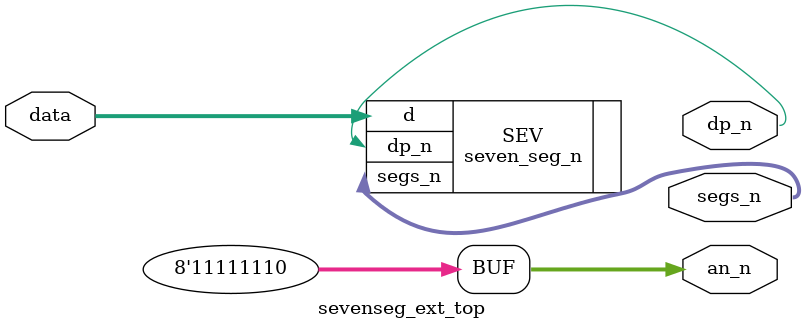
<source format=sv>
`timescale 1ns / 1ps


module sevenseg_ext_top(

input logic [6:0] data,
output [6:0] segs_n,
output [7:0] an_n,
output dp_n
    );
    
    assign an_n = 8'b11111110; 
    seven_seg_n SEV(.d(data), .segs_n(segs_n), .dp_n(dp_n));
endmodule

</source>
